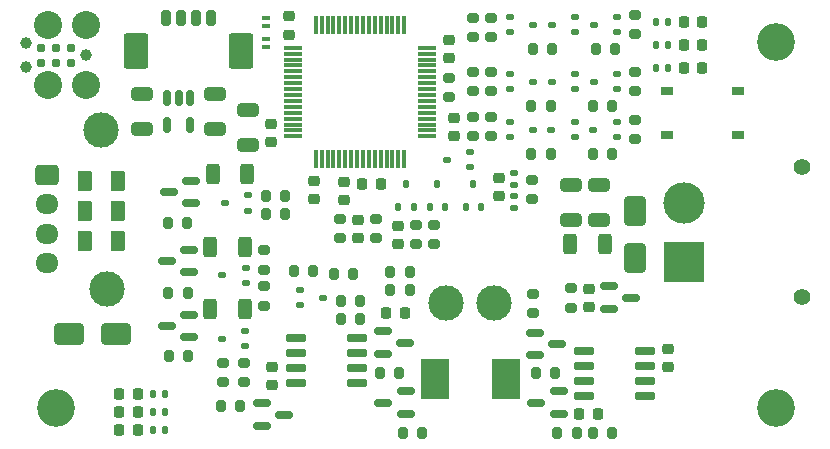
<source format=gbr>
%TF.GenerationSoftware,KiCad,Pcbnew,8.0.3*%
%TF.CreationDate,2024-07-07T18:19:15-07:00*%
%TF.ProjectId,JPBms2,4a50426d-7332-42e6-9b69-6361645f7063,rev?*%
%TF.SameCoordinates,Original*%
%TF.FileFunction,Soldermask,Top*%
%TF.FilePolarity,Negative*%
%FSLAX46Y46*%
G04 Gerber Fmt 4.6, Leading zero omitted, Abs format (unit mm)*
G04 Created by KiCad (PCBNEW 8.0.3) date 2024-07-07 18:19:15*
%MOMM*%
%LPD*%
G01*
G04 APERTURE LIST*
G04 Aperture macros list*
%AMRoundRect*
0 Rectangle with rounded corners*
0 $1 Rounding radius*
0 $2 $3 $4 $5 $6 $7 $8 $9 X,Y pos of 4 corners*
0 Add a 4 corners polygon primitive as box body*
4,1,4,$2,$3,$4,$5,$6,$7,$8,$9,$2,$3,0*
0 Add four circle primitives for the rounded corners*
1,1,$1+$1,$2,$3*
1,1,$1+$1,$4,$5*
1,1,$1+$1,$6,$7*
1,1,$1+$1,$8,$9*
0 Add four rect primitives between the rounded corners*
20,1,$1+$1,$2,$3,$4,$5,0*
20,1,$1+$1,$4,$5,$6,$7,0*
20,1,$1+$1,$6,$7,$8,$9,0*
20,1,$1+$1,$8,$9,$2,$3,0*%
G04 Aperture macros list end*
%ADD10RoundRect,0.250000X1.000000X0.650000X-1.000000X0.650000X-1.000000X-0.650000X1.000000X-0.650000X0*%
%ADD11RoundRect,0.218750X0.218750X0.256250X-0.218750X0.256250X-0.218750X-0.256250X0.218750X-0.256250X0*%
%ADD12RoundRect,0.150000X0.725000X0.150000X-0.725000X0.150000X-0.725000X-0.150000X0.725000X-0.150000X0*%
%ADD13RoundRect,0.200000X-0.200000X-0.275000X0.200000X-0.275000X0.200000X0.275000X-0.200000X0.275000X0*%
%ADD14RoundRect,0.225000X-0.250000X0.225000X-0.250000X-0.225000X0.250000X-0.225000X0.250000X0.225000X0*%
%ADD15RoundRect,0.225000X0.225000X0.250000X-0.225000X0.250000X-0.225000X-0.250000X0.225000X-0.250000X0*%
%ADD16RoundRect,0.112500X0.237500X-0.112500X0.237500X0.112500X-0.237500X0.112500X-0.237500X-0.112500X0*%
%ADD17RoundRect,0.150000X-0.587500X-0.150000X0.587500X-0.150000X0.587500X0.150000X-0.587500X0.150000X0*%
%ADD18R,2.350000X3.500000*%
%ADD19RoundRect,0.225000X0.250000X-0.225000X0.250000X0.225000X-0.250000X0.225000X-0.250000X-0.225000X0*%
%ADD20RoundRect,0.250000X-0.375000X-0.625000X0.375000X-0.625000X0.375000X0.625000X-0.375000X0.625000X0*%
%ADD21RoundRect,0.200000X0.200000X0.275000X-0.200000X0.275000X-0.200000X-0.275000X0.200000X-0.275000X0*%
%ADD22RoundRect,0.250000X0.650000X-0.325000X0.650000X0.325000X-0.650000X0.325000X-0.650000X-0.325000X0*%
%ADD23C,1.400000*%
%ADD24R,3.500000X3.500000*%
%ADD25C,3.500000*%
%ADD26RoundRect,0.135000X0.135000X0.185000X-0.135000X0.185000X-0.135000X-0.185000X0.135000X-0.185000X0*%
%ADD27C,2.374900*%
%ADD28C,0.990600*%
%ADD29C,0.787400*%
%ADD30RoundRect,0.250000X-0.725000X0.600000X-0.725000X-0.600000X0.725000X-0.600000X0.725000X0.600000X0*%
%ADD31O,1.950000X1.700000*%
%ADD32C,3.200000*%
%ADD33RoundRect,0.250000X-0.312500X-0.625000X0.312500X-0.625000X0.312500X0.625000X-0.312500X0.625000X0*%
%ADD34RoundRect,0.112500X-0.237500X0.112500X-0.237500X-0.112500X0.237500X-0.112500X0.237500X0.112500X0*%
%ADD35RoundRect,0.200000X0.275000X-0.200000X0.275000X0.200000X-0.275000X0.200000X-0.275000X-0.200000X0*%
%ADD36RoundRect,0.200000X-0.275000X0.200000X-0.275000X-0.200000X0.275000X-0.200000X0.275000X0.200000X0*%
%ADD37RoundRect,0.135000X-0.135000X-0.185000X0.135000X-0.185000X0.135000X0.185000X-0.135000X0.185000X0*%
%ADD38RoundRect,0.150000X-0.150000X0.512500X-0.150000X-0.512500X0.150000X-0.512500X0.150000X0.512500X0*%
%ADD39C,3.000000*%
%ADD40RoundRect,0.250000X-0.650000X0.325000X-0.650000X-0.325000X0.650000X-0.325000X0.650000X0.325000X0*%
%ADD41RoundRect,0.112500X-0.112500X-0.237500X0.112500X-0.237500X0.112500X0.237500X-0.112500X0.237500X0*%
%ADD42RoundRect,0.150000X0.587500X0.150000X-0.587500X0.150000X-0.587500X-0.150000X0.587500X-0.150000X0*%
%ADD43RoundRect,0.200000X-0.200000X-0.450000X0.200000X-0.450000X0.200000X0.450000X-0.200000X0.450000X0*%
%ADD44RoundRect,0.250001X-0.799999X-1.249999X0.799999X-1.249999X0.799999X1.249999X-0.799999X1.249999X0*%
%ADD45RoundRect,0.135000X0.185000X-0.135000X0.185000X0.135000X-0.185000X0.135000X-0.185000X-0.135000X0*%
%ADD46RoundRect,0.250000X0.650000X-1.000000X0.650000X1.000000X-0.650000X1.000000X-0.650000X-1.000000X0*%
%ADD47RoundRect,0.225000X-0.225000X-0.250000X0.225000X-0.250000X0.225000X0.250000X-0.225000X0.250000X0*%
%ADD48RoundRect,0.050000X-0.300000X0.150000X-0.300000X-0.150000X0.300000X-0.150000X0.300000X0.150000X0*%
%ADD49RoundRect,0.150000X-0.725000X-0.150000X0.725000X-0.150000X0.725000X0.150000X-0.725000X0.150000X0*%
%ADD50RoundRect,0.075000X0.075000X-0.700000X0.075000X0.700000X-0.075000X0.700000X-0.075000X-0.700000X0*%
%ADD51RoundRect,0.075000X0.700000X-0.075000X0.700000X0.075000X-0.700000X0.075000X-0.700000X-0.075000X0*%
%ADD52R,1.000000X0.750000*%
G04 APERTURE END LIST*
D10*
%TO.C,D9*%
X105124000Y-90678000D03*
X101124000Y-90678000D03*
%TD*%
D11*
%TO.C,D4*%
X154750000Y-64330000D03*
X153175000Y-64330000D03*
%TD*%
D12*
%TO.C,U4*%
X149930000Y-95948000D03*
X149930000Y-94678000D03*
X149930000Y-93408000D03*
X149930000Y-92138000D03*
X144780000Y-92138000D03*
X144780000Y-93408000D03*
X144780000Y-94678000D03*
X144780000Y-95948000D03*
%TD*%
D13*
%TO.C,R9*%
X129414000Y-99060000D03*
X131064000Y-99060000D03*
%TD*%
D14*
%TO.C,C22*%
X129032000Y-81534000D03*
X129032000Y-83084000D03*
%TD*%
D15*
%TO.C,C19*%
X129553000Y-88900000D03*
X128003000Y-88900000D03*
%TD*%
D16*
%TO.C,D2*%
X135112000Y-76596000D03*
X135112000Y-75296000D03*
X133112000Y-75946000D03*
%TD*%
D11*
%TO.C,D12*%
X106985000Y-97282000D03*
X105410000Y-97282000D03*
%TD*%
D17*
%TO.C,U1*%
X146890500Y-86680000D03*
X146890500Y-88580000D03*
X148765500Y-87630000D03*
%TD*%
D18*
%TO.C,L1*%
X132103000Y-94488000D03*
X138153000Y-94488000D03*
%TD*%
D13*
%TO.C,R19*%
X109491294Y-81301110D03*
X111141294Y-81301110D03*
%TD*%
D19*
%TO.C,C15*%
X118364000Y-95009000D03*
X118364000Y-93459000D03*
%TD*%
D20*
%TO.C,F2*%
X102472496Y-80264000D03*
X105272496Y-80264000D03*
%TD*%
D11*
%TO.C,D6*%
X154750000Y-68220000D03*
X153175000Y-68220000D03*
%TD*%
D21*
%TO.C,R36*%
X129984000Y-86995000D03*
X128334000Y-86995000D03*
%TD*%
D22*
%TO.C,C4*%
X107288000Y-73357000D03*
X107288000Y-70407000D03*
%TD*%
D13*
%TO.C,R15*%
X127445000Y-93980000D03*
X129095000Y-93980000D03*
%TD*%
D16*
%TO.C,Q12*%
X144002000Y-65166000D03*
X144002000Y-63866000D03*
X142002000Y-64516000D03*
%TD*%
D23*
%TO.C,J1*%
X163200000Y-76600000D03*
X163200000Y-87600000D03*
D24*
X153200000Y-84600000D03*
D25*
X153200000Y-79600000D03*
%TD*%
D26*
%TO.C,R41*%
X109243500Y-95758000D03*
X108223500Y-95758000D03*
%TD*%
D14*
%TO.C,C1*%
X145158725Y-86878547D03*
X145158725Y-88428547D03*
%TD*%
D27*
%TO.C,J2*%
X102550000Y-69625000D03*
D28*
X102550000Y-67085000D03*
D27*
X102550000Y-64545000D03*
X99375000Y-69625000D03*
X99375000Y-64545000D03*
D28*
X97470000Y-68101000D03*
X97470000Y-66069000D03*
D29*
X101280000Y-66450000D03*
X101280000Y-67720000D03*
X100010000Y-66450000D03*
X100010000Y-67720000D03*
X98740000Y-66450000D03*
X98740000Y-67720000D03*
%TD*%
D16*
%TO.C,Q14*%
X147558000Y-69992000D03*
X147558000Y-68692000D03*
X145558000Y-69342000D03*
%TD*%
D30*
%TO.C,BAL1*%
X99280000Y-77220000D03*
D31*
X99280000Y-79720000D03*
X99280000Y-82220000D03*
X99280000Y-84720000D03*
%TD*%
D14*
%TO.C,C12*%
X133731000Y-72377000D03*
X133731000Y-73927000D03*
%TD*%
D21*
%TO.C,R22*%
X119443000Y-78994000D03*
X117793000Y-78994000D03*
%TD*%
D16*
%TO.C,Q10*%
X116060500Y-91743000D03*
X116060500Y-90443000D03*
X114060500Y-91093000D03*
%TD*%
D32*
%TO.C,H3*%
X161000000Y-97000000D03*
%TD*%
D16*
%TO.C,Q18*%
X143986000Y-74056000D03*
X143986000Y-72756000D03*
X141986000Y-73406000D03*
%TD*%
D33*
%TO.C,R28*%
X113308159Y-77131006D03*
X116233159Y-77131006D03*
%TD*%
D34*
%TO.C,Q13*%
X138446000Y-63866000D03*
X138446000Y-65166000D03*
X140446000Y-64516000D03*
%TD*%
D21*
%TO.C,R18*%
X147129000Y-99060000D03*
X145479000Y-99060000D03*
%TD*%
D35*
%TO.C,R53*%
X135382000Y-73977000D03*
X135382000Y-72327000D03*
%TD*%
D32*
%TO.C,H2*%
X100000000Y-97000000D03*
%TD*%
D36*
%TO.C,R51*%
X136906000Y-68517000D03*
X136906000Y-70167000D03*
%TD*%
D37*
%TO.C,R12*%
X150874000Y-64330000D03*
X151894000Y-64330000D03*
%TD*%
D26*
%TO.C,R42*%
X109249500Y-97282000D03*
X108229500Y-97282000D03*
%TD*%
D16*
%TO.C,Q15*%
X144002000Y-69992000D03*
X144002000Y-68692000D03*
X142002000Y-69342000D03*
%TD*%
D35*
%TO.C,R4*%
X124079000Y-82613000D03*
X124079000Y-80963000D03*
%TD*%
D11*
%TO.C,D13*%
X106985000Y-98806000D03*
X105410000Y-98806000D03*
%TD*%
D38*
%TO.C,U2*%
X111380500Y-70764500D03*
X110430500Y-70764500D03*
X109480500Y-70764500D03*
X109480500Y-73039500D03*
X111380500Y-73039500D03*
%TD*%
D39*
%TO.C,TP2*%
X103886000Y-73406000D03*
%TD*%
D14*
%TO.C,C10*%
X133350000Y-65825000D03*
X133350000Y-67375000D03*
%TD*%
D40*
%TO.C,C3*%
X143684073Y-78078677D03*
X143684073Y-81028677D03*
%TD*%
D22*
%TO.C,C8*%
X116336748Y-74689253D03*
X116336748Y-71739253D03*
%TD*%
D39*
%TO.C,TP6*%
X137160000Y-88063000D03*
%TD*%
D21*
%TO.C,R8*%
X125793000Y-87884000D03*
X124143000Y-87884000D03*
%TD*%
D36*
%TO.C,R26*%
X117629000Y-86664000D03*
X117629000Y-88314000D03*
%TD*%
D35*
%TO.C,R50*%
X135382000Y-70167000D03*
X135382000Y-68517000D03*
%TD*%
D21*
%TO.C,R33*%
X121841500Y-85344000D03*
X120191500Y-85344000D03*
%TD*%
D26*
%TO.C,R43*%
X109245500Y-98806000D03*
X108225500Y-98806000D03*
%TD*%
D41*
%TO.C,D3*%
X129017000Y-79994000D03*
X130317000Y-79994000D03*
X129667000Y-77994000D03*
%TD*%
D42*
%TO.C,Q7*%
X111323000Y-90993000D03*
X111323000Y-89093000D03*
X109448000Y-90043000D03*
%TD*%
D14*
%TO.C,C13*%
X121920000Y-77711000D03*
X121920000Y-79261000D03*
%TD*%
D35*
%TO.C,R6*%
X130556000Y-83121000D03*
X130556000Y-81471000D03*
%TD*%
D11*
%TO.C,D11*%
X106985000Y-95758000D03*
X105410000Y-95758000D03*
%TD*%
D33*
%TO.C,R29*%
X113091500Y-83312000D03*
X116016500Y-83312000D03*
%TD*%
D43*
%TO.C,UART1*%
X109377000Y-63986000D03*
X110627000Y-63986000D03*
X111877000Y-63986000D03*
X113127000Y-63986000D03*
D44*
X106827000Y-66736000D03*
X115677000Y-66736000D03*
%TD*%
D11*
%TO.C,D5*%
X154750000Y-66220000D03*
X153175000Y-66220000D03*
%TD*%
D16*
%TO.C,Q8*%
X116332000Y-80264000D03*
X116332000Y-78964000D03*
X114332000Y-79614000D03*
%TD*%
D19*
%TO.C,C11*%
X118280000Y-74435000D03*
X118280000Y-72885000D03*
%TD*%
D14*
%TO.C,C7*%
X125603000Y-81013000D03*
X125603000Y-82563000D03*
%TD*%
D35*
%TO.C,R38*%
X149098000Y-65341000D03*
X149098000Y-63691000D03*
%TD*%
D13*
%TO.C,R49*%
X140272000Y-71374000D03*
X141922000Y-71374000D03*
%TD*%
D17*
%TO.C,Q21*%
X117505000Y-96586000D03*
X117505000Y-98486000D03*
X119380000Y-97536000D03*
%TD*%
D36*
%TO.C,R27*%
X114173000Y-93155000D03*
X114173000Y-94805000D03*
%TD*%
D45*
%TO.C,R32*%
X138811000Y-78107000D03*
X138811000Y-77087000D03*
%TD*%
D35*
%TO.C,R44*%
X149097946Y-74231000D03*
X149097946Y-72581000D03*
%TD*%
D21*
%TO.C,R37*%
X129984000Y-85471000D03*
X128334000Y-85471000D03*
%TD*%
D16*
%TO.C,Q9*%
X116127417Y-86396222D03*
X116127417Y-85096222D03*
X114127417Y-85746222D03*
%TD*%
D41*
%TO.C,D1*%
X134732000Y-79994000D03*
X136032000Y-79994000D03*
X135382000Y-77994000D03*
%TD*%
D19*
%TO.C,C17*%
X137541000Y-79007000D03*
X137541000Y-77457000D03*
%TD*%
D35*
%TO.C,R46*%
X135382000Y-65595000D03*
X135382000Y-63945000D03*
%TD*%
D39*
%TO.C,TP1*%
X104394000Y-86868000D03*
%TD*%
D32*
%TO.C,H1*%
X161000000Y-66000000D03*
%TD*%
D14*
%TO.C,C14*%
X124400000Y-77825000D03*
X124400000Y-79375000D03*
%TD*%
D36*
%TO.C,R1*%
X140335000Y-77661000D03*
X140335000Y-79311000D03*
%TD*%
D46*
%TO.C,D14*%
X149098000Y-84296000D03*
X149098000Y-80296000D03*
%TD*%
D16*
%TO.C,Q17*%
X147526000Y-74056000D03*
X147526000Y-72756000D03*
X145526000Y-73406000D03*
%TD*%
D22*
%TO.C,C5*%
X113538000Y-73357000D03*
X113538000Y-70407000D03*
%TD*%
D36*
%TO.C,R2*%
X143632783Y-86828547D03*
X143632783Y-88478547D03*
%TD*%
D14*
%TO.C,C16*%
X151892000Y-91935000D03*
X151892000Y-93485000D03*
%TD*%
D13*
%TO.C,R16*%
X124143000Y-89408000D03*
X125793000Y-89408000D03*
%TD*%
D39*
%TO.C,TP5*%
X133096000Y-88063000D03*
%TD*%
D33*
%TO.C,R30*%
X113123000Y-88593000D03*
X116048000Y-88593000D03*
%TD*%
%TO.C,R3*%
X143571500Y-83058000D03*
X146496500Y-83058000D03*
%TD*%
D13*
%TO.C,R52*%
X140272000Y-75438000D03*
X141922000Y-75438000D03*
%TD*%
D36*
%TO.C,R47*%
X136906000Y-63945000D03*
X136906000Y-65595000D03*
%TD*%
D13*
%TO.C,R25*%
X117793000Y-80518000D03*
X119443000Y-80518000D03*
%TD*%
%TO.C,R21*%
X109596500Y-92581000D03*
X111246500Y-92581000D03*
%TD*%
D35*
%TO.C,R40*%
X149095387Y-70167000D03*
X149095387Y-68517000D03*
%TD*%
D47*
%TO.C,C20*%
X144345525Y-97488936D03*
X145895525Y-97488936D03*
%TD*%
D36*
%TO.C,R54*%
X136906000Y-72327000D03*
X136906000Y-73977000D03*
%TD*%
D34*
%TO.C,Q19*%
X138446000Y-72756000D03*
X138446000Y-74056000D03*
X140446000Y-73406000D03*
%TD*%
D40*
%TO.C,C2*%
X146050000Y-78076000D03*
X146050000Y-81026000D03*
%TD*%
D20*
%TO.C,F1*%
X102486000Y-82804000D03*
X105286000Y-82804000D03*
%TD*%
D16*
%TO.C,Q11*%
X147558000Y-65166000D03*
X147558000Y-63866000D03*
X145558000Y-64516000D03*
%TD*%
D14*
%TO.C,C21*%
X119795515Y-63814125D03*
X119795515Y-65364125D03*
%TD*%
D48*
%TO.C,D7*%
X117856000Y-63912000D03*
X117856000Y-64612000D03*
%TD*%
D13*
%TO.C,R20*%
X109565000Y-87212000D03*
X111215000Y-87212000D03*
%TD*%
D36*
%TO.C,R5*%
X127127000Y-80963000D03*
X127127000Y-82613000D03*
%TD*%
D35*
%TO.C,R10*%
X140462000Y-88963000D03*
X140462000Y-87313000D03*
%TD*%
D37*
%TO.C,R14*%
X150874000Y-68220000D03*
X151894000Y-68220000D03*
%TD*%
D42*
%TO.C,Q4*%
X142591000Y-97470000D03*
X142591000Y-95570000D03*
X140716000Y-96520000D03*
%TD*%
D15*
%TO.C,C9*%
X127521000Y-78000000D03*
X125971000Y-78000000D03*
%TD*%
D42*
%TO.C,Q1*%
X129637000Y-97470000D03*
X129637000Y-95570000D03*
X127762000Y-96520000D03*
%TD*%
%TO.C,Q5*%
X111471794Y-79651110D03*
X111471794Y-77751110D03*
X109596794Y-78701110D03*
%TD*%
D21*
%TO.C,R56*%
X147129000Y-75438000D03*
X145479000Y-75438000D03*
%TD*%
D17*
%TO.C,Q3*%
X127757500Y-90490000D03*
X127757500Y-92390000D03*
X129632500Y-91440000D03*
%TD*%
D34*
%TO.C,Q20*%
X120666000Y-86980000D03*
X120666000Y-88280000D03*
X122666000Y-87630000D03*
%TD*%
D36*
%TO.C,R24*%
X115951000Y-93155000D03*
X115951000Y-94805000D03*
%TD*%
D41*
%TO.C,D18*%
X131684000Y-79978000D03*
X132984000Y-79978000D03*
X132334000Y-77978000D03*
%TD*%
D42*
%TO.C,Q6*%
X111291500Y-85462000D03*
X111291500Y-83562000D03*
X109416500Y-84512000D03*
%TD*%
D36*
%TO.C,R23*%
X117629000Y-83615000D03*
X117629000Y-85265000D03*
%TD*%
D20*
%TO.C,F3*%
X102486000Y-77724000D03*
X105286000Y-77724000D03*
%TD*%
D49*
%TO.C,U6*%
X120361000Y-91059000D03*
X120361000Y-92329000D03*
X120361000Y-93599000D03*
X120361000Y-94869000D03*
X125511000Y-94869000D03*
X125511000Y-93599000D03*
X125511000Y-92329000D03*
X125511000Y-91059000D03*
%TD*%
D13*
%TO.C,R45*%
X140399000Y-66548000D03*
X142049000Y-66548000D03*
%TD*%
%TO.C,R34*%
X123572000Y-85598000D03*
X125222000Y-85598000D03*
%TD*%
D35*
%TO.C,R7*%
X132080000Y-83121000D03*
X132080000Y-81471000D03*
%TD*%
D48*
%TO.C,D8*%
X117856000Y-65690000D03*
X117856000Y-66390000D03*
%TD*%
D45*
%TO.C,R31*%
X138811000Y-80012000D03*
X138811000Y-78992000D03*
%TD*%
D35*
%TO.C,R39*%
X133350000Y-70675000D03*
X133350000Y-69025000D03*
%TD*%
D13*
%TO.C,R11*%
X142494000Y-99060000D03*
X144144000Y-99060000D03*
%TD*%
D21*
%TO.C,R55*%
X147129000Y-71374000D03*
X145479000Y-71374000D03*
%TD*%
D50*
%TO.C,U3*%
X122030000Y-75895000D03*
X122530000Y-75895000D03*
X123030000Y-75895000D03*
X123530000Y-75895000D03*
X124030000Y-75895000D03*
X124530000Y-75895000D03*
X125030000Y-75895000D03*
X125530000Y-75895000D03*
X126030000Y-75895000D03*
X126530000Y-75895000D03*
X127030000Y-75895000D03*
X127530000Y-75895000D03*
X128030000Y-75895000D03*
X128530000Y-75895000D03*
X129030000Y-75895000D03*
X129530000Y-75895000D03*
D51*
X131455000Y-73970000D03*
X131455000Y-73470000D03*
X131455000Y-72970000D03*
X131455000Y-72470000D03*
X131455000Y-71970000D03*
X131455000Y-71470000D03*
X131455000Y-70970000D03*
X131455000Y-70470000D03*
X131455000Y-69970000D03*
X131455000Y-69470000D03*
X131455000Y-68970000D03*
X131455000Y-68470000D03*
X131455000Y-67970000D03*
X131455000Y-67470000D03*
X131455000Y-66970000D03*
X131455000Y-66470000D03*
D50*
X129530000Y-64545000D03*
X129030000Y-64545000D03*
X128530000Y-64545000D03*
X128030000Y-64545000D03*
X127530000Y-64545000D03*
X127030000Y-64545000D03*
X126530000Y-64545000D03*
X126030000Y-64545000D03*
X125530000Y-64545000D03*
X125030000Y-64545000D03*
X124530000Y-64545000D03*
X124030000Y-64545000D03*
X123530000Y-64545000D03*
X123030000Y-64545000D03*
X122530000Y-64545000D03*
X122030000Y-64545000D03*
D51*
X120105000Y-66470000D03*
X120105000Y-66970000D03*
X120105000Y-67470000D03*
X120105000Y-67970000D03*
X120105000Y-68470000D03*
X120105000Y-68970000D03*
X120105000Y-69470000D03*
X120105000Y-69970000D03*
X120105000Y-70470000D03*
X120105000Y-70970000D03*
X120105000Y-71470000D03*
X120105000Y-71970000D03*
X120105000Y-72470000D03*
X120105000Y-72970000D03*
X120105000Y-73470000D03*
X120105000Y-73970000D03*
%TD*%
D37*
%TO.C,R13*%
X150874000Y-66220000D03*
X151894000Y-66220000D03*
%TD*%
D13*
%TO.C,R35*%
X113983000Y-96774000D03*
X115633000Y-96774000D03*
%TD*%
D34*
%TO.C,Q16*%
X138462000Y-68692000D03*
X138462000Y-69992000D03*
X140462000Y-69342000D03*
%TD*%
D21*
%TO.C,R17*%
X142303000Y-93980000D03*
X140653000Y-93980000D03*
%TD*%
D17*
%TO.C,Q2*%
X140604651Y-90579350D03*
X140604651Y-92479350D03*
X142479651Y-91529350D03*
%TD*%
D21*
%TO.C,R48*%
X147383000Y-66548000D03*
X145733000Y-66548000D03*
%TD*%
D52*
%TO.C,SW1*%
X157800000Y-73875000D03*
X151800000Y-73875000D03*
X157800000Y-70125000D03*
X151800000Y-70125000D03*
%TD*%
M02*

</source>
